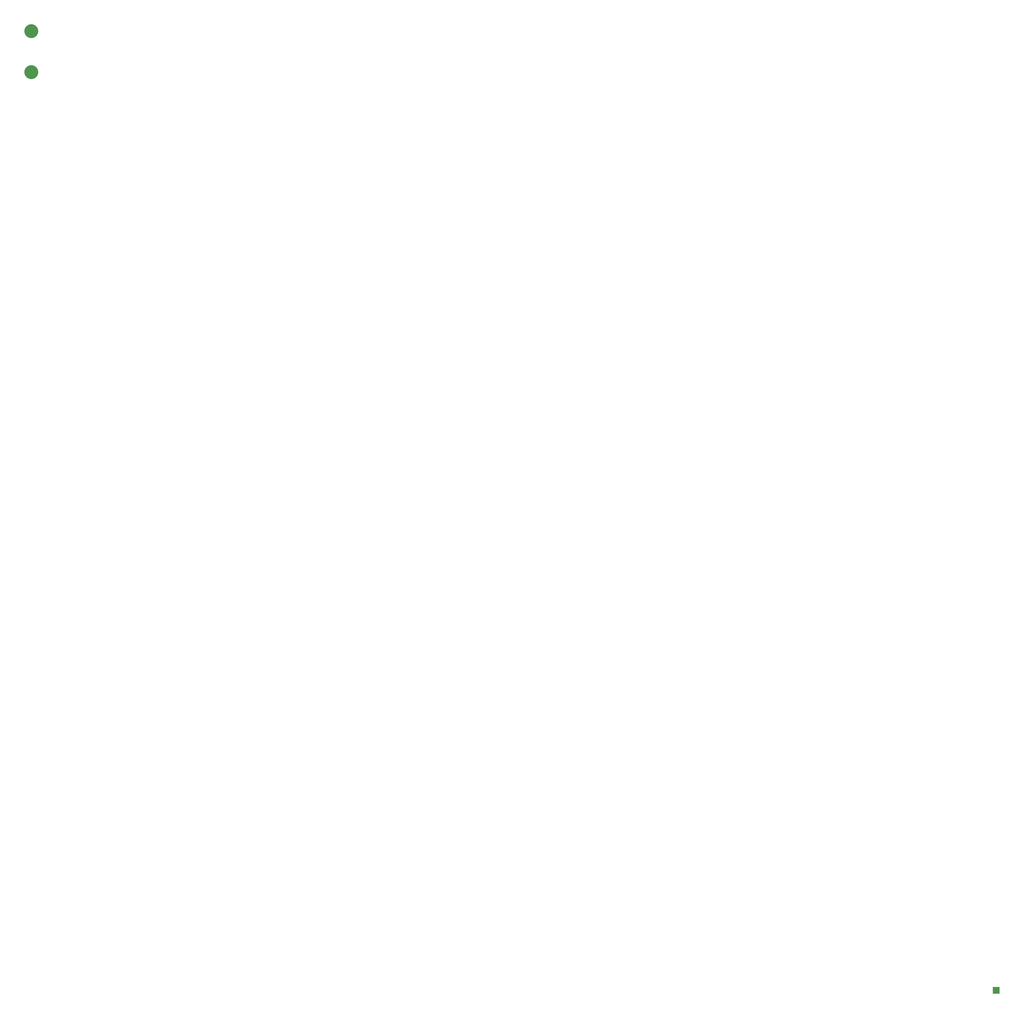
<source format=gbr>
%TF.GenerationSoftware,KiCad,Pcbnew,7.0.1-3b83917a11~172~ubuntu22.04.1*%
%TF.CreationDate,2023-07-04T11:09:48-04:00*%
%TF.ProjectId,coil_template_bott,636f696c-5f74-4656-9d70-6c6174655f62,rev?*%
%TF.SameCoordinates,Original*%
%TF.FileFunction,Soldermask,Bot*%
%TF.FilePolarity,Negative*%
%FSLAX46Y46*%
G04 Gerber Fmt 4.6, Leading zero omitted, Abs format (unit mm)*
G04 Created by KiCad (PCBNEW 7.0.1-3b83917a11~172~ubuntu22.04.1) date 2023-07-04 11:09:48*
%MOMM*%
%LPD*%
G01*
G04 APERTURE LIST*
%ADD10C,10.160000*%
%ADD11R,5.000000X5.000000*%
G04 APERTURE END LIST*
D10*
%TO.C,J1*%
X45240000Y-75240000D03*
X45240000Y-45270000D03*
%TD*%
D11*
%TO.C,N1*%
X750000000Y-746500000D03*
%TD*%
M02*

</source>
